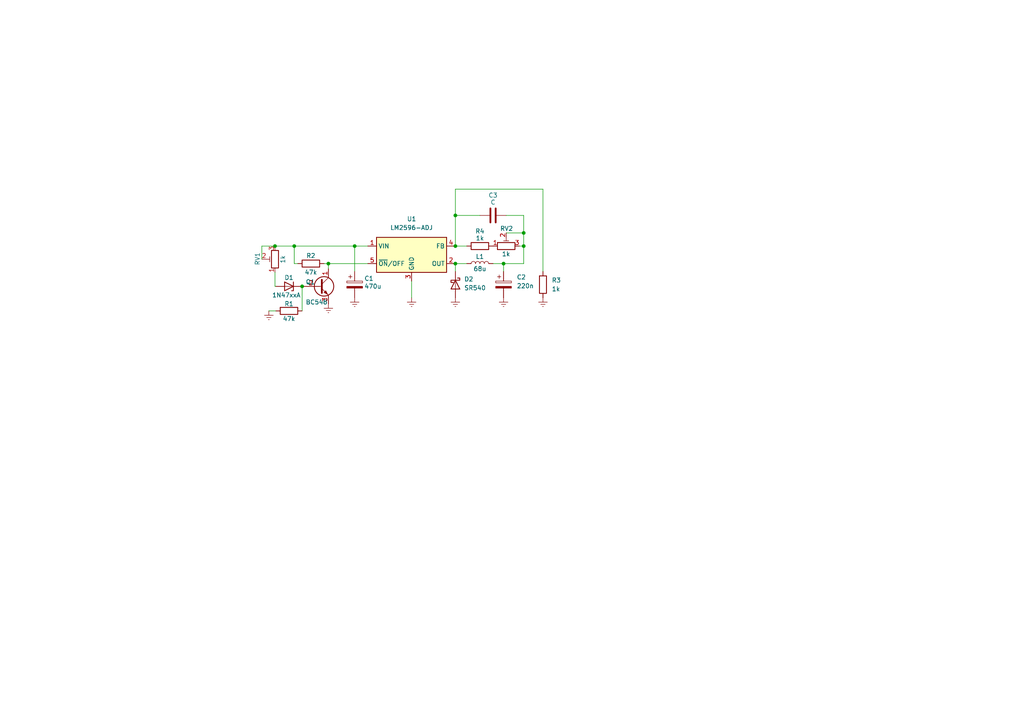
<source format=kicad_sch>
(kicad_sch (version 20211123) (generator eeschema)
  (paper "A4")
  (lib_symbols
    (symbol "Device:C" (pin_numbers hide) (pin_names (offset 0.254))
      (property "Reference" "C" (at 0.635 2.54 0))
      (property "Value" "C" (at 0.635 -2.54 0))
      (symbol "C_0_1"
        (polyline (pts (xy -2.032 -0.762) (xy 2.032 -0.762)) (stroke (width 0.508)))
        (polyline (pts (xy -2.032 0.762) (xy 2.032 0.762)) (stroke (width 0.508)))
      )
      (symbol "C_1_1"
        (pin passive line (at 0 3.81 270) (length 2.794) (name "~") (number "1"))
        (pin passive line (at 0 -3.81 90) (length 2.794) (name "~") (number "2"))
      )
    )
    (symbol "Device:C_Polarized" (pin_numbers hide) (pin_names (offset 0.254))
      (property "Reference" "C" (at 0.635 2.54 0))
      (property "Value" "C_Polarized" (at 0.635 -2.54 0))
      (symbol "C_Polarized_0_1"
        (rectangle (start -2.286 0.508) (end 2.286 1.016))
        (polyline (pts (xy -1.778 2.286) (xy -0.762 2.286)))
        (polyline (pts (xy -1.27 2.794) (xy -1.27 1.778)))
        (rectangle (start 2.286 -0.508) (end -2.286 -1.016) (fill (type outline)))
      )
      (symbol "C_Polarized_1_1"
        (pin passive line (at 0 3.81 270) (length 2.794) (name "~") (number "1"))
        (pin passive line (at 0 -3.81 90) (length 2.794) (name "~") (number "2"))
      )
    )
    (symbol "Device:L" (pin_numbers hide) (pin_names (offset 1.016) hide)
      (property "Reference" "L" (at -1.27 0 90))
      (property "Value" "L" (at 1.905 0 90))
      (symbol "L_0_1"
        (arc (start 0 -2.54) (mid 0.635 -1.905) (end 0 -1.27))
        (arc (start 0 -1.27) (mid 0.635 -0.635) (end 0 0))
        (arc (start 0 0) (mid 0.635 0.635) (end 0 1.27))
        (arc (start 0 1.27) (mid 0.635 1.905) (end 0 2.54))
      )
      (symbol "L_1_1"
        (pin passive line (at 0 3.81 270) (length 1.27) (name "1") (number "1"))
        (pin passive line (at 0 -3.81 90) (length 1.27) (name "2") (number "2"))
      )
    )
    (symbol "Device:R" (pin_numbers hide) (pin_names (offset 0))
      (property "Reference" "R" (at 2.032 0 90))
      (property "Value" "R" (at 0 0 90))
      (symbol "R_0_1"
        (rectangle (start -1.016 -2.54) (end 1.016 2.54) (stroke (width 0.254)))
      )
      (symbol "R_1_1"
        (pin passive line (at 0 3.81 270) (length 1.27) (name "~") (number "1"))
        (pin passive line (at 0 -3.81 90) (length 1.27) (name "~") (number "2"))
      )
    )
    (symbol "Device:R_Potentiometer_Trim" (pin_names (offset 1.016) hide)
      (property "Reference" "RV" (at -4.445 0 90))
      (property "Value" "R_Potentiometer_Trim" (at -2.54 0 90))
      (symbol "R_Potentiometer_Trim_0_1"
        (polyline (pts (xy 1.524 0.762) (xy 1.524 -0.762)))
        (polyline (pts (xy 2.54 0) (xy 1.524 0)))
        (rectangle (start 1.016 2.54) (end -1.016 -2.54) (stroke (width 0.254)))
      )
      (symbol "R_Potentiometer_Trim_1_1"
        (pin passive line (at 0 3.81 270) (length 1.27) (name "1") (number "1"))
        (pin passive line (at 3.81 0 180) (length 1.27) (name "2") (number "2"))
        (pin passive line (at 0 -3.81 90) (length 1.27) (name "3") (number "3"))
      )
    )
    (symbol "Diode:1N47xxA" (pin_numbers hide) (pin_names hide)
      (property "Reference" "D" (at 0 2.54 0))
      (property "Value" "1N47xxA" (at 0 -2.54 0))
      (symbol "1N47xxA_0_1"
        (polyline (pts (xy 1.27 0) (xy -1.27 0)))
        (polyline (pts (xy -1.27 -1.27) (xy -1.27 1.27) (xy -0.762 1.27)) (stroke (width 0.254)))
        (polyline (pts (xy 1.27 -1.27) (xy 1.27 1.27) (xy -1.27 0) (xy 1.27 -1.27)) (stroke (width 0.254)))
      )
      (symbol "1N47xxA_1_1"
        (pin passive line (at -3.81 0 0) (length 2.54) (name "K") (number "1"))
        (pin passive line (at 3.81 0 180) (length 2.54) (name "A") (number "2"))
      )
    )
    (symbol "Diode:1N5822" (pin_numbers hide) (pin_names (offset 1.016) hide)
      (property "Reference" "D" (at 0 2.54 0))
      (property "Value" "1N5822" (at 0 -2.54 0))
      (symbol "1N5822_0_1"
        (polyline (pts (xy 1.27 0) (xy -1.27 0)))
        (polyline (pts (xy 1.27 1.27) (xy 1.27 -1.27) (xy -1.27 0) (xy 1.27 1.27)) (stroke (width 0.254)))
        (polyline (pts (xy -1.905 0.635) (xy -1.905 1.27) (xy -1.27 1.27) (xy -1.27 -1.27) (xy -0.635 -1.27) (xy -0.635 -0.635)) (stroke (width 0.254)))
      )
      (symbol "1N5822_1_1"
        (pin passive line (at -3.81 0 0) (length 2.54) (name "K") (number "1"))
        (pin passive line (at 3.81 0 180) (length 2.54) (name "A") (number "2"))
      )
    )
    (symbol "LM2596-Custom:LM2596-ADJ"
      (property "Reference" "U" (at 0 8.89 0))
      (property "Value" "LM2596-ADJ" (at 0 6.35 0))
      (symbol "LM2596-ADJ_0_1"
        (rectangle (start -10.16 4.826) (end 10.16 -5.334) (stroke (width 0.254)) (fill (type background)))
      )
      (symbol "LM2596-ADJ_1_1"
        (pin power_in line (at -12.7 2.286 0) (length 2.54) (name "VIN") (number "1"))
        (pin output line (at 12.7 -2.794 180) (length 2.54) (name "OUT") (number "2"))
        (pin power_in line (at 0 -7.874 90) (length 2.54) (name "GND") (number "3"))
        (pin input line (at 12.7 2.286 180) (length 2.54) (name "FB") (number "4"))
        (pin input line (at -12.7 -2.794 0) (length 2.54) (name "~{ON}/OFF") (number "5"))
      )
    )
    (symbol "Transistor_BJT:BC548" (pin_names (offset 0) hide)
      (property "Reference" "Q" (at 5.08 1.905 0))
      (property "Value" "BC548" (at 5.08 0 0))
      (symbol "BC548_0_1"
        (polyline (pts (xy 0 0) (xy 0.635 0)))
        (polyline (pts (xy 0.635 0.635) (xy 2.54 2.54)))
        (polyline (pts (xy 0.635 -0.635) (xy 2.54 -2.54) (xy 2.54 -2.54)))
        (polyline (pts (xy 0.635 1.905) (xy 0.635 -1.905) (xy 0.635 -1.905)) (stroke (width 0.508)))
        (polyline (pts (xy 1.27 -1.778) (xy 1.778 -1.27) (xy 2.286 -2.286) (xy 1.27 -1.778) (xy 1.27 -1.778)) (fill (type outline)))
        (circle (center 1.27 0) (radius 2.8194) (stroke (width 0.254)))
      )
      (symbol "BC548_1_1"
        (pin passive line (at 2.54 5.08 270) (length 2.54) (name "C") (number "1"))
        (pin input line (at -5.08 0 0) (length 5.08) (name "B") (number "2"))
        (pin passive line (at 2.54 -5.08 90) (length 2.54) (name "E") (number "3"))
      )
    )
    (symbol "power:Earth" (power) (pin_names (offset 0))
      (symbol "Earth_0_1"
        (polyline (pts (xy -0.635 -1.905) (xy 0.635 -1.905)))
        (polyline (pts (xy -0.127 -2.54) (xy 0.127 -2.54)))
        (polyline (pts (xy 0 -1.27) (xy 0 0)))
        (polyline (pts (xy 1.27 -1.27) (xy -1.27 -1.27)))
      )
      (symbol "Earth_1_1"
        (pin power_in line (at 0 0 270) (length 0) hide (name "Earth") (number "1"))
      )
    )
  )
  (junction (at 87.63 83.058))
  (junction (at 79.756 71.374))
  (junction (at 102.87 71.374))
  (junction (at 132.08 76.454))
  (junction (at 95.25 76.454))
  (junction (at 132.08 62.484))
  (junction (at 151.892 67.564))
  (junction (at 146.05 76.454))
  (junction (at 85.344 71.374))
  (junction (at 151.892 71.374))
  (junction (at 132.08 71.374))
  (wire (pts (xy 157.48 78.74) (xy 157.48 54.864)))
  (wire (pts (xy 151.892 71.374) (xy 150.622 71.374)))
  (wire (pts (xy 151.892 71.374) (xy 151.892 67.564)))
  (wire (pts (xy 75.946 75.184) (xy 75.946 71.374)))
  (wire (pts (xy 77.978 90.17) (xy 80.01 90.17)))
  (wire (pts (xy 75.946 71.374) (xy 79.756 71.374)))
  (wire (pts (xy 87.63 90.17) (xy 87.63 83.058)))
  (wire (pts (xy 132.08 71.374) (xy 135.382 71.374)))
  (wire (pts (xy 146.05 76.454) (xy 151.892 76.454)))
  (wire (pts (xy 79.756 71.374) (xy 85.344 71.374)))
  (wire (pts (xy 132.08 76.454) (xy 132.08 78.74)))
  (wire (pts (xy 79.756 78.994) (xy 79.756 83.058)))
  (wire (pts (xy 85.344 71.374) (xy 102.87 71.374)))
  (wire (pts (xy 157.48 54.864) (xy 132.08 54.864)))
  (wire (pts (xy 102.87 78.74) (xy 102.87 71.374)))
  (wire (pts (xy 143.002 76.454) (xy 146.05 76.454)))
  (wire (pts (xy 95.25 76.454) (xy 95.25 77.978)))
  (wire (pts (xy 132.08 62.484) (xy 132.08 71.374)))
  (wire (pts (xy 132.08 62.484) (xy 139.192 62.484)))
  (wire (pts (xy 132.08 54.864) (xy 132.08 62.484)))
  (wire (pts (xy 93.98 76.454) (xy 95.25 76.454)))
  (wire (pts (xy 151.892 76.454) (xy 151.892 71.374)))
  (wire (pts (xy 102.87 71.374) (xy 106.68 71.374)))
  (wire (pts (xy 85.344 76.454) (xy 86.36 76.454)))
  (wire (pts (xy 151.892 62.484) (xy 151.892 67.564)))
  (wire (pts (xy 146.05 76.454) (xy 146.05 78.74)))
  (wire (pts (xy 119.38 81.534) (xy 119.38 86.36)))
  (wire (pts (xy 132.08 76.454) (xy 135.382 76.454)))
  (wire (pts (xy 85.344 71.374) (xy 85.344 76.454)))
  (wire (pts (xy 151.892 67.564) (xy 146.812 67.564)))
  (wire (pts (xy 146.812 62.484) (xy 151.892 62.484)))
  (wire (pts (xy 95.25 76.454) (xy 106.68 76.454)))
  (wire (pts (xy 79.756 83.058) (xy 80.01 83.058)))
  (symbol (lib_id "power:Earth") (at 77.978 90.17 0) (unit 1)
    (property "Reference" "#PWR0107" (effects hide))
    (property "Value" "Earth" (effects hide))
  )
  (symbol (lib_id "Device:C_Polarized") (at 146.05 82.55 0) (unit 1)
    (property "Reference" "C2" (at 149.86 80.3909 0) (effects (justify left)))
    (property "Value" "220n" (at 149.86 82.9309 0) (effects (justify left)))
    (property "Footprint" "Capacitor_THT:CP_Radial_D10.0mm_P5.00mm" (effects hide))
  )
  (symbol (lib_id "Device:R") (at 157.48 82.55 0) (unit 1)
    (property "Reference" "R3" (at 160.02 81.2799 0) (effects (justify left)))
    (property "Value" "1k" (at 160.02 83.8199 0) (effects (justify left)))
    (property "Footprint" "Resistor_THT:R_Axial_DIN0207_L6.3mm_D2.5mm_P10.16mm_Horizontal" (effects hide))
  )
  (symbol (lib_id "Diode:1N47xxA") (at 83.82 83.058 180) (unit 1)
    (property "Reference" "D1" (at 83.82 80.518 0))
    (property "Value" "1N47xxA" (at 83.058 85.598 0))
    (property "Footprint" "Diode_THT:D_DO-41_SOD81_P10.16mm_Horizontal" (effects hide))
    (property "Datasheet" "https://www.vishay.com/docs/85816/1n4728a.pdf" (effects hide))
  )
  (symbol (lib_id "power:Earth") (at 132.08 86.36 0) (unit 1)
    (property "Reference" "#PWR0103" (effects hide))
    (property "Value" "Earth" (effects hide))
  )
  (symbol (lib_id "Device:C_Polarized") (at 102.87 82.55 0) (unit 1)
    (property "Reference" "C1" (at 105.664 80.772 0) (effects (justify left)))
    (property "Value" "470u" (at 105.664 83.058 0) (effects (justify left)))
    (property "Footprint" "Capacitor_THT:CP_Radial_D10.0mm_P5.00mm" (effects hide))
  )
  (symbol (lib_id "Device:R") (at 83.82 90.17 270) (unit 1)
    (property "Reference" "R1" (at 83.82 88.138 90))
    (property "Value" "47k" (at 83.82 92.456 90))
    (property "Footprint" "Resistor_THT:R_Axial_DIN0207_L6.3mm_D2.5mm_P10.16mm_Horizontal" (effects hide))
  )
  (symbol (lib_id "power:Earth") (at 119.38 86.36 0) (unit 1)
    (property "Reference" "#PWR0104" (effects hide))
    (property "Value" "Earth" (effects hide))
  )
  (symbol (lib_id "power:Earth") (at 157.48 86.36 0) (unit 1)
    (property "Reference" "#PWR0102" (effects hide))
    (property "Value" "Earth" (effects hide))
  )
  (symbol (lib_id "Device:R") (at 90.17 76.454 90) (unit 1)
    (property "Reference" "R2" (at 90.17 74.168 90))
    (property "Value" "47k" (at 90.17 78.994 90))
    (property "Footprint" "Resistor_THT:R_Axial_DIN0207_L6.3mm_D2.5mm_P10.16mm_Horizontal" (effects hide))
  )
  (symbol (lib_id "power:Earth") (at 102.87 86.36 0) (unit 1)
    (property "Reference" "#PWR0105" (effects hide))
    (property "Value" "Earth" (effects hide))
  )
  (symbol (lib_id "Device:R_Potentiometer_Trim") (at 146.812 71.374 90) (unit 1)
    (property "Reference" "RV2" (at 145.034 66.294 90) (effects (justify right)))
    (property "Value" "1k" (at 145.542 73.66 90) (effects (justify right)))
    (property "Footprint" "Potentiometer_THT:Potentiometer_Bourns_3296W_Vertical" (effects hide))
  )
  (symbol (lib_id "Device:R_Potentiometer_Trim") (at 79.756 75.184 180) (unit 1)
    (property "Reference" "RV1" (at 74.676 76.962 90) (effects (justify right)))
    (property "Value" "1k" (at 82.042 76.454 90) (effects (justify right)))
    (property "Footprint" "Potentiometer_THT:Potentiometer_Bourns_3296W_Vertical" (effects hide))
  )
  (symbol (lib_id "LM2596-Custom:LM2596-ADJ") (at 119.38 73.66 0) (unit 1)
    (property "Reference" "U1" (at 119.38 63.5 0))
    (property "Value" "LM2596-ADJ" (at 119.38 66.04 0))
    (property "Footprint" "LM2596-Custom:LM2596-ADJ-Horizontal-THT" (effects hide))
  )
  (symbol (lib_id "Device:L") (at 139.192 76.454 90) (unit 1)
    (property "Reference" "L1" (at 139.192 74.422 90))
    (property "Value" "68u" (at 139.192 77.978 90))
    (property "Footprint" "Inductor_THT:L_Radial_D10.0mm_P5.00mm_Neosid_SD12k_style3" (effects hide))
  )
  (symbol (lib_id "Transistor_BJT:BC548") (at 92.71 83.058 0) (unit 1)
    (property "Reference" "Q1" (at 88.646 81.788 0) (effects (justify left)))
    (property "Value" "BC548" (at 88.646 87.63 0) (effects (justify left)))
    (property "Footprint" "Package_TO_SOT_THT:TO-92_Inline" (effects hide))
    (property "Datasheet" "https://www.onsemi.com/pub/Collateral/BC550-D.pdf" (effects hide))
  )
  (symbol (lib_id "power:Earth") (at 95.25 88.138 0) (unit 1)
    (property "Reference" "#PWR0106" (effects hide))
    (property "Value" "Earth" (effects hide))
  )
  (symbol (lib_id "Diode:1N5822") (at 132.08 82.55 270) (unit 1)
    (property "Reference" "D2" (at 134.62 80.9624 90) (effects (justify left)))
    (property "Value" "SR540" (at 134.62 83.5024 90) (effects (justify left)))
    (property "Footprint" "Diode_THT:D_DO-201AD_P15.24mm_Horizontal" (effects hide))
    (property "Datasheet" "http://www.vishay.com/docs/88526/1n5820.pdf" (effects hide))
  )
  (symbol (lib_id "Device:C") (at 143.002 62.484 90) (unit 1)
    (property "Reference" "C3" (at 143.002 56.642 90))
    (property "Value" "C" (at 143.002 58.674 90))
  )
  (symbol (lib_id "power:Earth") (at 146.05 86.36 0) (unit 1)
    (property "Reference" "#PWR0101" (effects hide))
    (property "Value" "Earth" (effects hide))
  )
  (symbol (lib_id "Device:R") (at 139.192 71.374 90) (unit 1)
    (property "Reference" "R4" (at 139.192 67.056 90))
    (property "Value" "1k" (at 139.192 69.088 90))
    (property "Footprint" "Resistor_THT:R_Axial_DIN0207_L6.3mm_D2.5mm_P10.16mm_Horizontal" (effects hide))
  )
)
</source>
